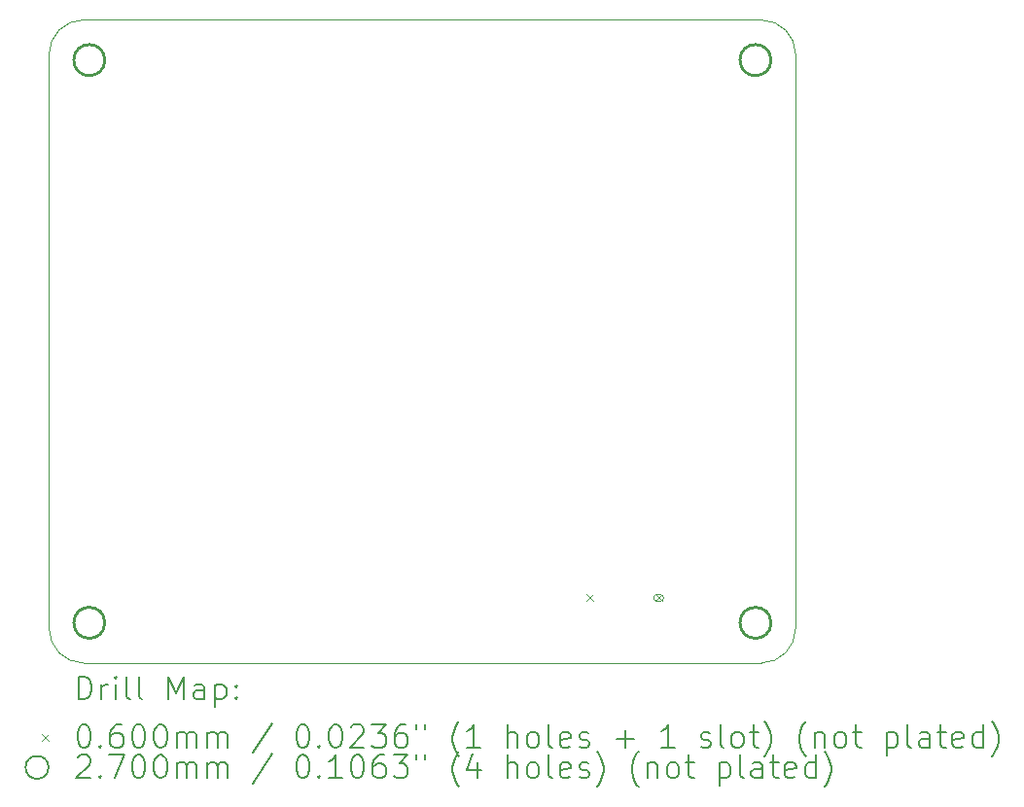
<source format=gbr>
%TF.GenerationSoftware,KiCad,Pcbnew,8.0.0*%
%TF.CreationDate,2024-07-06T17:56:52-07:00*%
%TF.ProjectId,rpi_hat_v1,7270695f-6861-4745-9f76-312e6b696361,rev?*%
%TF.SameCoordinates,Original*%
%TF.FileFunction,Drillmap*%
%TF.FilePolarity,Positive*%
%FSLAX45Y45*%
G04 Gerber Fmt 4.5, Leading zero omitted, Abs format (unit mm)*
G04 Created by KiCad (PCBNEW 8.0.0) date 2024-07-06 17:56:52*
%MOMM*%
%LPD*%
G01*
G04 APERTURE LIST*
%ADD10C,0.100000*%
%ADD11C,0.200000*%
%ADD12C,0.270000*%
G04 APERTURE END LIST*
D10*
X16200000Y-4400000D02*
G75*
G02*
X16500000Y-4700000I0J-300000D01*
G01*
X16500000Y-9700000D02*
X16500000Y-4700000D01*
X10300000Y-10000000D02*
G75*
G02*
X10000000Y-9700000I0J300000D01*
G01*
X10300000Y-10000000D02*
X16200000Y-10000000D01*
X16500000Y-9700000D02*
G75*
G02*
X16200000Y-10000000I-300000J0D01*
G01*
X10000000Y-4700000D02*
G75*
G02*
X10300000Y-4400000I300000J0D01*
G01*
X10000000Y-4700000D02*
X10000000Y-9700000D01*
X16200000Y-4400000D02*
X10300000Y-4400000D01*
D11*
D10*
X14677500Y-9402500D02*
X14737500Y-9462500D01*
X14737500Y-9402500D02*
X14677500Y-9462500D01*
X15277500Y-9402500D02*
X15337500Y-9462500D01*
X15337500Y-9402500D02*
X15277500Y-9462500D01*
X15295000Y-9462500D02*
X15320000Y-9462500D01*
X15320000Y-9402500D02*
G75*
G02*
X15320000Y-9462500I0J-30000D01*
G01*
X15320000Y-9402500D02*
X15295000Y-9402500D01*
X15295000Y-9402500D02*
G75*
G03*
X15295000Y-9462500I0J-30000D01*
G01*
D12*
X10485000Y-4750000D02*
G75*
G02*
X10215000Y-4750000I-135000J0D01*
G01*
X10215000Y-4750000D02*
G75*
G02*
X10485000Y-4750000I135000J0D01*
G01*
X10485000Y-9650000D02*
G75*
G02*
X10215000Y-9650000I-135000J0D01*
G01*
X10215000Y-9650000D02*
G75*
G02*
X10485000Y-9650000I135000J0D01*
G01*
X16285000Y-4750000D02*
G75*
G02*
X16015000Y-4750000I-135000J0D01*
G01*
X16015000Y-4750000D02*
G75*
G02*
X16285000Y-4750000I135000J0D01*
G01*
X16285000Y-9650000D02*
G75*
G02*
X16015000Y-9650000I-135000J0D01*
G01*
X16015000Y-9650000D02*
G75*
G02*
X16285000Y-9650000I135000J0D01*
G01*
D11*
X10255777Y-10316484D02*
X10255777Y-10116484D01*
X10255777Y-10116484D02*
X10303396Y-10116484D01*
X10303396Y-10116484D02*
X10331967Y-10126008D01*
X10331967Y-10126008D02*
X10351015Y-10145055D01*
X10351015Y-10145055D02*
X10360539Y-10164103D01*
X10360539Y-10164103D02*
X10370063Y-10202198D01*
X10370063Y-10202198D02*
X10370063Y-10230770D01*
X10370063Y-10230770D02*
X10360539Y-10268865D01*
X10360539Y-10268865D02*
X10351015Y-10287912D01*
X10351015Y-10287912D02*
X10331967Y-10306960D01*
X10331967Y-10306960D02*
X10303396Y-10316484D01*
X10303396Y-10316484D02*
X10255777Y-10316484D01*
X10455777Y-10316484D02*
X10455777Y-10183150D01*
X10455777Y-10221246D02*
X10465301Y-10202198D01*
X10465301Y-10202198D02*
X10474824Y-10192674D01*
X10474824Y-10192674D02*
X10493872Y-10183150D01*
X10493872Y-10183150D02*
X10512920Y-10183150D01*
X10579586Y-10316484D02*
X10579586Y-10183150D01*
X10579586Y-10116484D02*
X10570063Y-10126008D01*
X10570063Y-10126008D02*
X10579586Y-10135531D01*
X10579586Y-10135531D02*
X10589110Y-10126008D01*
X10589110Y-10126008D02*
X10579586Y-10116484D01*
X10579586Y-10116484D02*
X10579586Y-10135531D01*
X10703396Y-10316484D02*
X10684348Y-10306960D01*
X10684348Y-10306960D02*
X10674824Y-10287912D01*
X10674824Y-10287912D02*
X10674824Y-10116484D01*
X10808158Y-10316484D02*
X10789110Y-10306960D01*
X10789110Y-10306960D02*
X10779586Y-10287912D01*
X10779586Y-10287912D02*
X10779586Y-10116484D01*
X11036729Y-10316484D02*
X11036729Y-10116484D01*
X11036729Y-10116484D02*
X11103396Y-10259341D01*
X11103396Y-10259341D02*
X11170063Y-10116484D01*
X11170063Y-10116484D02*
X11170063Y-10316484D01*
X11351015Y-10316484D02*
X11351015Y-10211722D01*
X11351015Y-10211722D02*
X11341491Y-10192674D01*
X11341491Y-10192674D02*
X11322443Y-10183150D01*
X11322443Y-10183150D02*
X11284348Y-10183150D01*
X11284348Y-10183150D02*
X11265301Y-10192674D01*
X11351015Y-10306960D02*
X11331967Y-10316484D01*
X11331967Y-10316484D02*
X11284348Y-10316484D01*
X11284348Y-10316484D02*
X11265301Y-10306960D01*
X11265301Y-10306960D02*
X11255777Y-10287912D01*
X11255777Y-10287912D02*
X11255777Y-10268865D01*
X11255777Y-10268865D02*
X11265301Y-10249817D01*
X11265301Y-10249817D02*
X11284348Y-10240293D01*
X11284348Y-10240293D02*
X11331967Y-10240293D01*
X11331967Y-10240293D02*
X11351015Y-10230770D01*
X11446253Y-10183150D02*
X11446253Y-10383150D01*
X11446253Y-10192674D02*
X11465301Y-10183150D01*
X11465301Y-10183150D02*
X11503396Y-10183150D01*
X11503396Y-10183150D02*
X11522443Y-10192674D01*
X11522443Y-10192674D02*
X11531967Y-10202198D01*
X11531967Y-10202198D02*
X11541491Y-10221246D01*
X11541491Y-10221246D02*
X11541491Y-10278389D01*
X11541491Y-10278389D02*
X11531967Y-10297436D01*
X11531967Y-10297436D02*
X11522443Y-10306960D01*
X11522443Y-10306960D02*
X11503396Y-10316484D01*
X11503396Y-10316484D02*
X11465301Y-10316484D01*
X11465301Y-10316484D02*
X11446253Y-10306960D01*
X11627205Y-10297436D02*
X11636729Y-10306960D01*
X11636729Y-10306960D02*
X11627205Y-10316484D01*
X11627205Y-10316484D02*
X11617682Y-10306960D01*
X11617682Y-10306960D02*
X11627205Y-10297436D01*
X11627205Y-10297436D02*
X11627205Y-10316484D01*
X11627205Y-10192674D02*
X11636729Y-10202198D01*
X11636729Y-10202198D02*
X11627205Y-10211722D01*
X11627205Y-10211722D02*
X11617682Y-10202198D01*
X11617682Y-10202198D02*
X11627205Y-10192674D01*
X11627205Y-10192674D02*
X11627205Y-10211722D01*
D10*
X9935000Y-10615000D02*
X9995000Y-10675000D01*
X9995000Y-10615000D02*
X9935000Y-10675000D01*
D11*
X10293872Y-10536484D02*
X10312920Y-10536484D01*
X10312920Y-10536484D02*
X10331967Y-10546008D01*
X10331967Y-10546008D02*
X10341491Y-10555531D01*
X10341491Y-10555531D02*
X10351015Y-10574579D01*
X10351015Y-10574579D02*
X10360539Y-10612674D01*
X10360539Y-10612674D02*
X10360539Y-10660293D01*
X10360539Y-10660293D02*
X10351015Y-10698389D01*
X10351015Y-10698389D02*
X10341491Y-10717436D01*
X10341491Y-10717436D02*
X10331967Y-10726960D01*
X10331967Y-10726960D02*
X10312920Y-10736484D01*
X10312920Y-10736484D02*
X10293872Y-10736484D01*
X10293872Y-10736484D02*
X10274824Y-10726960D01*
X10274824Y-10726960D02*
X10265301Y-10717436D01*
X10265301Y-10717436D02*
X10255777Y-10698389D01*
X10255777Y-10698389D02*
X10246253Y-10660293D01*
X10246253Y-10660293D02*
X10246253Y-10612674D01*
X10246253Y-10612674D02*
X10255777Y-10574579D01*
X10255777Y-10574579D02*
X10265301Y-10555531D01*
X10265301Y-10555531D02*
X10274824Y-10546008D01*
X10274824Y-10546008D02*
X10293872Y-10536484D01*
X10446253Y-10717436D02*
X10455777Y-10726960D01*
X10455777Y-10726960D02*
X10446253Y-10736484D01*
X10446253Y-10736484D02*
X10436729Y-10726960D01*
X10436729Y-10726960D02*
X10446253Y-10717436D01*
X10446253Y-10717436D02*
X10446253Y-10736484D01*
X10627205Y-10536484D02*
X10589110Y-10536484D01*
X10589110Y-10536484D02*
X10570063Y-10546008D01*
X10570063Y-10546008D02*
X10560539Y-10555531D01*
X10560539Y-10555531D02*
X10541491Y-10584103D01*
X10541491Y-10584103D02*
X10531967Y-10622198D01*
X10531967Y-10622198D02*
X10531967Y-10698389D01*
X10531967Y-10698389D02*
X10541491Y-10717436D01*
X10541491Y-10717436D02*
X10551015Y-10726960D01*
X10551015Y-10726960D02*
X10570063Y-10736484D01*
X10570063Y-10736484D02*
X10608158Y-10736484D01*
X10608158Y-10736484D02*
X10627205Y-10726960D01*
X10627205Y-10726960D02*
X10636729Y-10717436D01*
X10636729Y-10717436D02*
X10646253Y-10698389D01*
X10646253Y-10698389D02*
X10646253Y-10650770D01*
X10646253Y-10650770D02*
X10636729Y-10631722D01*
X10636729Y-10631722D02*
X10627205Y-10622198D01*
X10627205Y-10622198D02*
X10608158Y-10612674D01*
X10608158Y-10612674D02*
X10570063Y-10612674D01*
X10570063Y-10612674D02*
X10551015Y-10622198D01*
X10551015Y-10622198D02*
X10541491Y-10631722D01*
X10541491Y-10631722D02*
X10531967Y-10650770D01*
X10770063Y-10536484D02*
X10789110Y-10536484D01*
X10789110Y-10536484D02*
X10808158Y-10546008D01*
X10808158Y-10546008D02*
X10817682Y-10555531D01*
X10817682Y-10555531D02*
X10827205Y-10574579D01*
X10827205Y-10574579D02*
X10836729Y-10612674D01*
X10836729Y-10612674D02*
X10836729Y-10660293D01*
X10836729Y-10660293D02*
X10827205Y-10698389D01*
X10827205Y-10698389D02*
X10817682Y-10717436D01*
X10817682Y-10717436D02*
X10808158Y-10726960D01*
X10808158Y-10726960D02*
X10789110Y-10736484D01*
X10789110Y-10736484D02*
X10770063Y-10736484D01*
X10770063Y-10736484D02*
X10751015Y-10726960D01*
X10751015Y-10726960D02*
X10741491Y-10717436D01*
X10741491Y-10717436D02*
X10731967Y-10698389D01*
X10731967Y-10698389D02*
X10722444Y-10660293D01*
X10722444Y-10660293D02*
X10722444Y-10612674D01*
X10722444Y-10612674D02*
X10731967Y-10574579D01*
X10731967Y-10574579D02*
X10741491Y-10555531D01*
X10741491Y-10555531D02*
X10751015Y-10546008D01*
X10751015Y-10546008D02*
X10770063Y-10536484D01*
X10960539Y-10536484D02*
X10979586Y-10536484D01*
X10979586Y-10536484D02*
X10998634Y-10546008D01*
X10998634Y-10546008D02*
X11008158Y-10555531D01*
X11008158Y-10555531D02*
X11017682Y-10574579D01*
X11017682Y-10574579D02*
X11027205Y-10612674D01*
X11027205Y-10612674D02*
X11027205Y-10660293D01*
X11027205Y-10660293D02*
X11017682Y-10698389D01*
X11017682Y-10698389D02*
X11008158Y-10717436D01*
X11008158Y-10717436D02*
X10998634Y-10726960D01*
X10998634Y-10726960D02*
X10979586Y-10736484D01*
X10979586Y-10736484D02*
X10960539Y-10736484D01*
X10960539Y-10736484D02*
X10941491Y-10726960D01*
X10941491Y-10726960D02*
X10931967Y-10717436D01*
X10931967Y-10717436D02*
X10922444Y-10698389D01*
X10922444Y-10698389D02*
X10912920Y-10660293D01*
X10912920Y-10660293D02*
X10912920Y-10612674D01*
X10912920Y-10612674D02*
X10922444Y-10574579D01*
X10922444Y-10574579D02*
X10931967Y-10555531D01*
X10931967Y-10555531D02*
X10941491Y-10546008D01*
X10941491Y-10546008D02*
X10960539Y-10536484D01*
X11112920Y-10736484D02*
X11112920Y-10603150D01*
X11112920Y-10622198D02*
X11122444Y-10612674D01*
X11122444Y-10612674D02*
X11141491Y-10603150D01*
X11141491Y-10603150D02*
X11170063Y-10603150D01*
X11170063Y-10603150D02*
X11189110Y-10612674D01*
X11189110Y-10612674D02*
X11198634Y-10631722D01*
X11198634Y-10631722D02*
X11198634Y-10736484D01*
X11198634Y-10631722D02*
X11208158Y-10612674D01*
X11208158Y-10612674D02*
X11227205Y-10603150D01*
X11227205Y-10603150D02*
X11255777Y-10603150D01*
X11255777Y-10603150D02*
X11274824Y-10612674D01*
X11274824Y-10612674D02*
X11284348Y-10631722D01*
X11284348Y-10631722D02*
X11284348Y-10736484D01*
X11379586Y-10736484D02*
X11379586Y-10603150D01*
X11379586Y-10622198D02*
X11389110Y-10612674D01*
X11389110Y-10612674D02*
X11408158Y-10603150D01*
X11408158Y-10603150D02*
X11436729Y-10603150D01*
X11436729Y-10603150D02*
X11455777Y-10612674D01*
X11455777Y-10612674D02*
X11465301Y-10631722D01*
X11465301Y-10631722D02*
X11465301Y-10736484D01*
X11465301Y-10631722D02*
X11474824Y-10612674D01*
X11474824Y-10612674D02*
X11493872Y-10603150D01*
X11493872Y-10603150D02*
X11522443Y-10603150D01*
X11522443Y-10603150D02*
X11541491Y-10612674D01*
X11541491Y-10612674D02*
X11551015Y-10631722D01*
X11551015Y-10631722D02*
X11551015Y-10736484D01*
X11941491Y-10526960D02*
X11770063Y-10784103D01*
X12198634Y-10536484D02*
X12217682Y-10536484D01*
X12217682Y-10536484D02*
X12236729Y-10546008D01*
X12236729Y-10546008D02*
X12246253Y-10555531D01*
X12246253Y-10555531D02*
X12255777Y-10574579D01*
X12255777Y-10574579D02*
X12265301Y-10612674D01*
X12265301Y-10612674D02*
X12265301Y-10660293D01*
X12265301Y-10660293D02*
X12255777Y-10698389D01*
X12255777Y-10698389D02*
X12246253Y-10717436D01*
X12246253Y-10717436D02*
X12236729Y-10726960D01*
X12236729Y-10726960D02*
X12217682Y-10736484D01*
X12217682Y-10736484D02*
X12198634Y-10736484D01*
X12198634Y-10736484D02*
X12179586Y-10726960D01*
X12179586Y-10726960D02*
X12170063Y-10717436D01*
X12170063Y-10717436D02*
X12160539Y-10698389D01*
X12160539Y-10698389D02*
X12151015Y-10660293D01*
X12151015Y-10660293D02*
X12151015Y-10612674D01*
X12151015Y-10612674D02*
X12160539Y-10574579D01*
X12160539Y-10574579D02*
X12170063Y-10555531D01*
X12170063Y-10555531D02*
X12179586Y-10546008D01*
X12179586Y-10546008D02*
X12198634Y-10536484D01*
X12351015Y-10717436D02*
X12360539Y-10726960D01*
X12360539Y-10726960D02*
X12351015Y-10736484D01*
X12351015Y-10736484D02*
X12341491Y-10726960D01*
X12341491Y-10726960D02*
X12351015Y-10717436D01*
X12351015Y-10717436D02*
X12351015Y-10736484D01*
X12484348Y-10536484D02*
X12503396Y-10536484D01*
X12503396Y-10536484D02*
X12522444Y-10546008D01*
X12522444Y-10546008D02*
X12531967Y-10555531D01*
X12531967Y-10555531D02*
X12541491Y-10574579D01*
X12541491Y-10574579D02*
X12551015Y-10612674D01*
X12551015Y-10612674D02*
X12551015Y-10660293D01*
X12551015Y-10660293D02*
X12541491Y-10698389D01*
X12541491Y-10698389D02*
X12531967Y-10717436D01*
X12531967Y-10717436D02*
X12522444Y-10726960D01*
X12522444Y-10726960D02*
X12503396Y-10736484D01*
X12503396Y-10736484D02*
X12484348Y-10736484D01*
X12484348Y-10736484D02*
X12465301Y-10726960D01*
X12465301Y-10726960D02*
X12455777Y-10717436D01*
X12455777Y-10717436D02*
X12446253Y-10698389D01*
X12446253Y-10698389D02*
X12436729Y-10660293D01*
X12436729Y-10660293D02*
X12436729Y-10612674D01*
X12436729Y-10612674D02*
X12446253Y-10574579D01*
X12446253Y-10574579D02*
X12455777Y-10555531D01*
X12455777Y-10555531D02*
X12465301Y-10546008D01*
X12465301Y-10546008D02*
X12484348Y-10536484D01*
X12627206Y-10555531D02*
X12636729Y-10546008D01*
X12636729Y-10546008D02*
X12655777Y-10536484D01*
X12655777Y-10536484D02*
X12703396Y-10536484D01*
X12703396Y-10536484D02*
X12722444Y-10546008D01*
X12722444Y-10546008D02*
X12731967Y-10555531D01*
X12731967Y-10555531D02*
X12741491Y-10574579D01*
X12741491Y-10574579D02*
X12741491Y-10593627D01*
X12741491Y-10593627D02*
X12731967Y-10622198D01*
X12731967Y-10622198D02*
X12617682Y-10736484D01*
X12617682Y-10736484D02*
X12741491Y-10736484D01*
X12808158Y-10536484D02*
X12931967Y-10536484D01*
X12931967Y-10536484D02*
X12865301Y-10612674D01*
X12865301Y-10612674D02*
X12893872Y-10612674D01*
X12893872Y-10612674D02*
X12912920Y-10622198D01*
X12912920Y-10622198D02*
X12922444Y-10631722D01*
X12922444Y-10631722D02*
X12931967Y-10650770D01*
X12931967Y-10650770D02*
X12931967Y-10698389D01*
X12931967Y-10698389D02*
X12922444Y-10717436D01*
X12922444Y-10717436D02*
X12912920Y-10726960D01*
X12912920Y-10726960D02*
X12893872Y-10736484D01*
X12893872Y-10736484D02*
X12836729Y-10736484D01*
X12836729Y-10736484D02*
X12817682Y-10726960D01*
X12817682Y-10726960D02*
X12808158Y-10717436D01*
X13103396Y-10536484D02*
X13065301Y-10536484D01*
X13065301Y-10536484D02*
X13046253Y-10546008D01*
X13046253Y-10546008D02*
X13036729Y-10555531D01*
X13036729Y-10555531D02*
X13017682Y-10584103D01*
X13017682Y-10584103D02*
X13008158Y-10622198D01*
X13008158Y-10622198D02*
X13008158Y-10698389D01*
X13008158Y-10698389D02*
X13017682Y-10717436D01*
X13017682Y-10717436D02*
X13027206Y-10726960D01*
X13027206Y-10726960D02*
X13046253Y-10736484D01*
X13046253Y-10736484D02*
X13084348Y-10736484D01*
X13084348Y-10736484D02*
X13103396Y-10726960D01*
X13103396Y-10726960D02*
X13112920Y-10717436D01*
X13112920Y-10717436D02*
X13122444Y-10698389D01*
X13122444Y-10698389D02*
X13122444Y-10650770D01*
X13122444Y-10650770D02*
X13112920Y-10631722D01*
X13112920Y-10631722D02*
X13103396Y-10622198D01*
X13103396Y-10622198D02*
X13084348Y-10612674D01*
X13084348Y-10612674D02*
X13046253Y-10612674D01*
X13046253Y-10612674D02*
X13027206Y-10622198D01*
X13027206Y-10622198D02*
X13017682Y-10631722D01*
X13017682Y-10631722D02*
X13008158Y-10650770D01*
X13198634Y-10536484D02*
X13198634Y-10574579D01*
X13274825Y-10536484D02*
X13274825Y-10574579D01*
X13570063Y-10812674D02*
X13560539Y-10803150D01*
X13560539Y-10803150D02*
X13541491Y-10774579D01*
X13541491Y-10774579D02*
X13531968Y-10755531D01*
X13531968Y-10755531D02*
X13522444Y-10726960D01*
X13522444Y-10726960D02*
X13512920Y-10679341D01*
X13512920Y-10679341D02*
X13512920Y-10641246D01*
X13512920Y-10641246D02*
X13522444Y-10593627D01*
X13522444Y-10593627D02*
X13531968Y-10565055D01*
X13531968Y-10565055D02*
X13541491Y-10546008D01*
X13541491Y-10546008D02*
X13560539Y-10517436D01*
X13560539Y-10517436D02*
X13570063Y-10507912D01*
X13751015Y-10736484D02*
X13636729Y-10736484D01*
X13693872Y-10736484D02*
X13693872Y-10536484D01*
X13693872Y-10536484D02*
X13674825Y-10565055D01*
X13674825Y-10565055D02*
X13655777Y-10584103D01*
X13655777Y-10584103D02*
X13636729Y-10593627D01*
X13989110Y-10736484D02*
X13989110Y-10536484D01*
X14074825Y-10736484D02*
X14074825Y-10631722D01*
X14074825Y-10631722D02*
X14065301Y-10612674D01*
X14065301Y-10612674D02*
X14046253Y-10603150D01*
X14046253Y-10603150D02*
X14017682Y-10603150D01*
X14017682Y-10603150D02*
X13998634Y-10612674D01*
X13998634Y-10612674D02*
X13989110Y-10622198D01*
X14198634Y-10736484D02*
X14179587Y-10726960D01*
X14179587Y-10726960D02*
X14170063Y-10717436D01*
X14170063Y-10717436D02*
X14160539Y-10698389D01*
X14160539Y-10698389D02*
X14160539Y-10641246D01*
X14160539Y-10641246D02*
X14170063Y-10622198D01*
X14170063Y-10622198D02*
X14179587Y-10612674D01*
X14179587Y-10612674D02*
X14198634Y-10603150D01*
X14198634Y-10603150D02*
X14227206Y-10603150D01*
X14227206Y-10603150D02*
X14246253Y-10612674D01*
X14246253Y-10612674D02*
X14255777Y-10622198D01*
X14255777Y-10622198D02*
X14265301Y-10641246D01*
X14265301Y-10641246D02*
X14265301Y-10698389D01*
X14265301Y-10698389D02*
X14255777Y-10717436D01*
X14255777Y-10717436D02*
X14246253Y-10726960D01*
X14246253Y-10726960D02*
X14227206Y-10736484D01*
X14227206Y-10736484D02*
X14198634Y-10736484D01*
X14379587Y-10736484D02*
X14360539Y-10726960D01*
X14360539Y-10726960D02*
X14351015Y-10707912D01*
X14351015Y-10707912D02*
X14351015Y-10536484D01*
X14531968Y-10726960D02*
X14512920Y-10736484D01*
X14512920Y-10736484D02*
X14474825Y-10736484D01*
X14474825Y-10736484D02*
X14455777Y-10726960D01*
X14455777Y-10726960D02*
X14446253Y-10707912D01*
X14446253Y-10707912D02*
X14446253Y-10631722D01*
X14446253Y-10631722D02*
X14455777Y-10612674D01*
X14455777Y-10612674D02*
X14474825Y-10603150D01*
X14474825Y-10603150D02*
X14512920Y-10603150D01*
X14512920Y-10603150D02*
X14531968Y-10612674D01*
X14531968Y-10612674D02*
X14541491Y-10631722D01*
X14541491Y-10631722D02*
X14541491Y-10650770D01*
X14541491Y-10650770D02*
X14446253Y-10669817D01*
X14617682Y-10726960D02*
X14636730Y-10736484D01*
X14636730Y-10736484D02*
X14674825Y-10736484D01*
X14674825Y-10736484D02*
X14693872Y-10726960D01*
X14693872Y-10726960D02*
X14703396Y-10707912D01*
X14703396Y-10707912D02*
X14703396Y-10698389D01*
X14703396Y-10698389D02*
X14693872Y-10679341D01*
X14693872Y-10679341D02*
X14674825Y-10669817D01*
X14674825Y-10669817D02*
X14646253Y-10669817D01*
X14646253Y-10669817D02*
X14627206Y-10660293D01*
X14627206Y-10660293D02*
X14617682Y-10641246D01*
X14617682Y-10641246D02*
X14617682Y-10631722D01*
X14617682Y-10631722D02*
X14627206Y-10612674D01*
X14627206Y-10612674D02*
X14646253Y-10603150D01*
X14646253Y-10603150D02*
X14674825Y-10603150D01*
X14674825Y-10603150D02*
X14693872Y-10612674D01*
X14941492Y-10660293D02*
X15093873Y-10660293D01*
X15017682Y-10736484D02*
X15017682Y-10584103D01*
X15446253Y-10736484D02*
X15331968Y-10736484D01*
X15389111Y-10736484D02*
X15389111Y-10536484D01*
X15389111Y-10536484D02*
X15370063Y-10565055D01*
X15370063Y-10565055D02*
X15351015Y-10584103D01*
X15351015Y-10584103D02*
X15331968Y-10593627D01*
X15674825Y-10726960D02*
X15693873Y-10736484D01*
X15693873Y-10736484D02*
X15731968Y-10736484D01*
X15731968Y-10736484D02*
X15751015Y-10726960D01*
X15751015Y-10726960D02*
X15760539Y-10707912D01*
X15760539Y-10707912D02*
X15760539Y-10698389D01*
X15760539Y-10698389D02*
X15751015Y-10679341D01*
X15751015Y-10679341D02*
X15731968Y-10669817D01*
X15731968Y-10669817D02*
X15703396Y-10669817D01*
X15703396Y-10669817D02*
X15684349Y-10660293D01*
X15684349Y-10660293D02*
X15674825Y-10641246D01*
X15674825Y-10641246D02*
X15674825Y-10631722D01*
X15674825Y-10631722D02*
X15684349Y-10612674D01*
X15684349Y-10612674D02*
X15703396Y-10603150D01*
X15703396Y-10603150D02*
X15731968Y-10603150D01*
X15731968Y-10603150D02*
X15751015Y-10612674D01*
X15874825Y-10736484D02*
X15855777Y-10726960D01*
X15855777Y-10726960D02*
X15846254Y-10707912D01*
X15846254Y-10707912D02*
X15846254Y-10536484D01*
X15979587Y-10736484D02*
X15960539Y-10726960D01*
X15960539Y-10726960D02*
X15951015Y-10717436D01*
X15951015Y-10717436D02*
X15941492Y-10698389D01*
X15941492Y-10698389D02*
X15941492Y-10641246D01*
X15941492Y-10641246D02*
X15951015Y-10622198D01*
X15951015Y-10622198D02*
X15960539Y-10612674D01*
X15960539Y-10612674D02*
X15979587Y-10603150D01*
X15979587Y-10603150D02*
X16008158Y-10603150D01*
X16008158Y-10603150D02*
X16027206Y-10612674D01*
X16027206Y-10612674D02*
X16036730Y-10622198D01*
X16036730Y-10622198D02*
X16046254Y-10641246D01*
X16046254Y-10641246D02*
X16046254Y-10698389D01*
X16046254Y-10698389D02*
X16036730Y-10717436D01*
X16036730Y-10717436D02*
X16027206Y-10726960D01*
X16027206Y-10726960D02*
X16008158Y-10736484D01*
X16008158Y-10736484D02*
X15979587Y-10736484D01*
X16103396Y-10603150D02*
X16179587Y-10603150D01*
X16131968Y-10536484D02*
X16131968Y-10707912D01*
X16131968Y-10707912D02*
X16141492Y-10726960D01*
X16141492Y-10726960D02*
X16160539Y-10736484D01*
X16160539Y-10736484D02*
X16179587Y-10736484D01*
X16227206Y-10812674D02*
X16236730Y-10803150D01*
X16236730Y-10803150D02*
X16255777Y-10774579D01*
X16255777Y-10774579D02*
X16265301Y-10755531D01*
X16265301Y-10755531D02*
X16274825Y-10726960D01*
X16274825Y-10726960D02*
X16284349Y-10679341D01*
X16284349Y-10679341D02*
X16284349Y-10641246D01*
X16284349Y-10641246D02*
X16274825Y-10593627D01*
X16274825Y-10593627D02*
X16265301Y-10565055D01*
X16265301Y-10565055D02*
X16255777Y-10546008D01*
X16255777Y-10546008D02*
X16236730Y-10517436D01*
X16236730Y-10517436D02*
X16227206Y-10507912D01*
X16589111Y-10812674D02*
X16579587Y-10803150D01*
X16579587Y-10803150D02*
X16560539Y-10774579D01*
X16560539Y-10774579D02*
X16551015Y-10755531D01*
X16551015Y-10755531D02*
X16541492Y-10726960D01*
X16541492Y-10726960D02*
X16531968Y-10679341D01*
X16531968Y-10679341D02*
X16531968Y-10641246D01*
X16531968Y-10641246D02*
X16541492Y-10593627D01*
X16541492Y-10593627D02*
X16551015Y-10565055D01*
X16551015Y-10565055D02*
X16560539Y-10546008D01*
X16560539Y-10546008D02*
X16579587Y-10517436D01*
X16579587Y-10517436D02*
X16589111Y-10507912D01*
X16665301Y-10603150D02*
X16665301Y-10736484D01*
X16665301Y-10622198D02*
X16674825Y-10612674D01*
X16674825Y-10612674D02*
X16693873Y-10603150D01*
X16693873Y-10603150D02*
X16722444Y-10603150D01*
X16722444Y-10603150D02*
X16741492Y-10612674D01*
X16741492Y-10612674D02*
X16751015Y-10631722D01*
X16751015Y-10631722D02*
X16751015Y-10736484D01*
X16874825Y-10736484D02*
X16855777Y-10726960D01*
X16855777Y-10726960D02*
X16846254Y-10717436D01*
X16846254Y-10717436D02*
X16836730Y-10698389D01*
X16836730Y-10698389D02*
X16836730Y-10641246D01*
X16836730Y-10641246D02*
X16846254Y-10622198D01*
X16846254Y-10622198D02*
X16855777Y-10612674D01*
X16855777Y-10612674D02*
X16874825Y-10603150D01*
X16874825Y-10603150D02*
X16903397Y-10603150D01*
X16903397Y-10603150D02*
X16922444Y-10612674D01*
X16922444Y-10612674D02*
X16931968Y-10622198D01*
X16931968Y-10622198D02*
X16941492Y-10641246D01*
X16941492Y-10641246D02*
X16941492Y-10698389D01*
X16941492Y-10698389D02*
X16931968Y-10717436D01*
X16931968Y-10717436D02*
X16922444Y-10726960D01*
X16922444Y-10726960D02*
X16903397Y-10736484D01*
X16903397Y-10736484D02*
X16874825Y-10736484D01*
X16998635Y-10603150D02*
X17074825Y-10603150D01*
X17027206Y-10536484D02*
X17027206Y-10707912D01*
X17027206Y-10707912D02*
X17036730Y-10726960D01*
X17036730Y-10726960D02*
X17055777Y-10736484D01*
X17055777Y-10736484D02*
X17074825Y-10736484D01*
X17293873Y-10603150D02*
X17293873Y-10803150D01*
X17293873Y-10612674D02*
X17312920Y-10603150D01*
X17312920Y-10603150D02*
X17351016Y-10603150D01*
X17351016Y-10603150D02*
X17370063Y-10612674D01*
X17370063Y-10612674D02*
X17379587Y-10622198D01*
X17379587Y-10622198D02*
X17389111Y-10641246D01*
X17389111Y-10641246D02*
X17389111Y-10698389D01*
X17389111Y-10698389D02*
X17379587Y-10717436D01*
X17379587Y-10717436D02*
X17370063Y-10726960D01*
X17370063Y-10726960D02*
X17351016Y-10736484D01*
X17351016Y-10736484D02*
X17312920Y-10736484D01*
X17312920Y-10736484D02*
X17293873Y-10726960D01*
X17503397Y-10736484D02*
X17484349Y-10726960D01*
X17484349Y-10726960D02*
X17474825Y-10707912D01*
X17474825Y-10707912D02*
X17474825Y-10536484D01*
X17665301Y-10736484D02*
X17665301Y-10631722D01*
X17665301Y-10631722D02*
X17655778Y-10612674D01*
X17655778Y-10612674D02*
X17636730Y-10603150D01*
X17636730Y-10603150D02*
X17598635Y-10603150D01*
X17598635Y-10603150D02*
X17579587Y-10612674D01*
X17665301Y-10726960D02*
X17646254Y-10736484D01*
X17646254Y-10736484D02*
X17598635Y-10736484D01*
X17598635Y-10736484D02*
X17579587Y-10726960D01*
X17579587Y-10726960D02*
X17570063Y-10707912D01*
X17570063Y-10707912D02*
X17570063Y-10688865D01*
X17570063Y-10688865D02*
X17579587Y-10669817D01*
X17579587Y-10669817D02*
X17598635Y-10660293D01*
X17598635Y-10660293D02*
X17646254Y-10660293D01*
X17646254Y-10660293D02*
X17665301Y-10650770D01*
X17731968Y-10603150D02*
X17808158Y-10603150D01*
X17760539Y-10536484D02*
X17760539Y-10707912D01*
X17760539Y-10707912D02*
X17770063Y-10726960D01*
X17770063Y-10726960D02*
X17789111Y-10736484D01*
X17789111Y-10736484D02*
X17808158Y-10736484D01*
X17951016Y-10726960D02*
X17931968Y-10736484D01*
X17931968Y-10736484D02*
X17893873Y-10736484D01*
X17893873Y-10736484D02*
X17874825Y-10726960D01*
X17874825Y-10726960D02*
X17865301Y-10707912D01*
X17865301Y-10707912D02*
X17865301Y-10631722D01*
X17865301Y-10631722D02*
X17874825Y-10612674D01*
X17874825Y-10612674D02*
X17893873Y-10603150D01*
X17893873Y-10603150D02*
X17931968Y-10603150D01*
X17931968Y-10603150D02*
X17951016Y-10612674D01*
X17951016Y-10612674D02*
X17960539Y-10631722D01*
X17960539Y-10631722D02*
X17960539Y-10650770D01*
X17960539Y-10650770D02*
X17865301Y-10669817D01*
X18131968Y-10736484D02*
X18131968Y-10536484D01*
X18131968Y-10726960D02*
X18112920Y-10736484D01*
X18112920Y-10736484D02*
X18074825Y-10736484D01*
X18074825Y-10736484D02*
X18055778Y-10726960D01*
X18055778Y-10726960D02*
X18046254Y-10717436D01*
X18046254Y-10717436D02*
X18036730Y-10698389D01*
X18036730Y-10698389D02*
X18036730Y-10641246D01*
X18036730Y-10641246D02*
X18046254Y-10622198D01*
X18046254Y-10622198D02*
X18055778Y-10612674D01*
X18055778Y-10612674D02*
X18074825Y-10603150D01*
X18074825Y-10603150D02*
X18112920Y-10603150D01*
X18112920Y-10603150D02*
X18131968Y-10612674D01*
X18208159Y-10812674D02*
X18217682Y-10803150D01*
X18217682Y-10803150D02*
X18236730Y-10774579D01*
X18236730Y-10774579D02*
X18246254Y-10755531D01*
X18246254Y-10755531D02*
X18255778Y-10726960D01*
X18255778Y-10726960D02*
X18265301Y-10679341D01*
X18265301Y-10679341D02*
X18265301Y-10641246D01*
X18265301Y-10641246D02*
X18255778Y-10593627D01*
X18255778Y-10593627D02*
X18246254Y-10565055D01*
X18246254Y-10565055D02*
X18236730Y-10546008D01*
X18236730Y-10546008D02*
X18217682Y-10517436D01*
X18217682Y-10517436D02*
X18208159Y-10507912D01*
X9995000Y-10909000D02*
G75*
G02*
X9795000Y-10909000I-100000J0D01*
G01*
X9795000Y-10909000D02*
G75*
G02*
X9995000Y-10909000I100000J0D01*
G01*
X10246253Y-10819531D02*
X10255777Y-10810008D01*
X10255777Y-10810008D02*
X10274824Y-10800484D01*
X10274824Y-10800484D02*
X10322444Y-10800484D01*
X10322444Y-10800484D02*
X10341491Y-10810008D01*
X10341491Y-10810008D02*
X10351015Y-10819531D01*
X10351015Y-10819531D02*
X10360539Y-10838579D01*
X10360539Y-10838579D02*
X10360539Y-10857627D01*
X10360539Y-10857627D02*
X10351015Y-10886198D01*
X10351015Y-10886198D02*
X10236729Y-11000484D01*
X10236729Y-11000484D02*
X10360539Y-11000484D01*
X10446253Y-10981436D02*
X10455777Y-10990960D01*
X10455777Y-10990960D02*
X10446253Y-11000484D01*
X10446253Y-11000484D02*
X10436729Y-10990960D01*
X10436729Y-10990960D02*
X10446253Y-10981436D01*
X10446253Y-10981436D02*
X10446253Y-11000484D01*
X10522444Y-10800484D02*
X10655777Y-10800484D01*
X10655777Y-10800484D02*
X10570063Y-11000484D01*
X10770063Y-10800484D02*
X10789110Y-10800484D01*
X10789110Y-10800484D02*
X10808158Y-10810008D01*
X10808158Y-10810008D02*
X10817682Y-10819531D01*
X10817682Y-10819531D02*
X10827205Y-10838579D01*
X10827205Y-10838579D02*
X10836729Y-10876674D01*
X10836729Y-10876674D02*
X10836729Y-10924293D01*
X10836729Y-10924293D02*
X10827205Y-10962389D01*
X10827205Y-10962389D02*
X10817682Y-10981436D01*
X10817682Y-10981436D02*
X10808158Y-10990960D01*
X10808158Y-10990960D02*
X10789110Y-11000484D01*
X10789110Y-11000484D02*
X10770063Y-11000484D01*
X10770063Y-11000484D02*
X10751015Y-10990960D01*
X10751015Y-10990960D02*
X10741491Y-10981436D01*
X10741491Y-10981436D02*
X10731967Y-10962389D01*
X10731967Y-10962389D02*
X10722444Y-10924293D01*
X10722444Y-10924293D02*
X10722444Y-10876674D01*
X10722444Y-10876674D02*
X10731967Y-10838579D01*
X10731967Y-10838579D02*
X10741491Y-10819531D01*
X10741491Y-10819531D02*
X10751015Y-10810008D01*
X10751015Y-10810008D02*
X10770063Y-10800484D01*
X10960539Y-10800484D02*
X10979586Y-10800484D01*
X10979586Y-10800484D02*
X10998634Y-10810008D01*
X10998634Y-10810008D02*
X11008158Y-10819531D01*
X11008158Y-10819531D02*
X11017682Y-10838579D01*
X11017682Y-10838579D02*
X11027205Y-10876674D01*
X11027205Y-10876674D02*
X11027205Y-10924293D01*
X11027205Y-10924293D02*
X11017682Y-10962389D01*
X11017682Y-10962389D02*
X11008158Y-10981436D01*
X11008158Y-10981436D02*
X10998634Y-10990960D01*
X10998634Y-10990960D02*
X10979586Y-11000484D01*
X10979586Y-11000484D02*
X10960539Y-11000484D01*
X10960539Y-11000484D02*
X10941491Y-10990960D01*
X10941491Y-10990960D02*
X10931967Y-10981436D01*
X10931967Y-10981436D02*
X10922444Y-10962389D01*
X10922444Y-10962389D02*
X10912920Y-10924293D01*
X10912920Y-10924293D02*
X10912920Y-10876674D01*
X10912920Y-10876674D02*
X10922444Y-10838579D01*
X10922444Y-10838579D02*
X10931967Y-10819531D01*
X10931967Y-10819531D02*
X10941491Y-10810008D01*
X10941491Y-10810008D02*
X10960539Y-10800484D01*
X11112920Y-11000484D02*
X11112920Y-10867150D01*
X11112920Y-10886198D02*
X11122444Y-10876674D01*
X11122444Y-10876674D02*
X11141491Y-10867150D01*
X11141491Y-10867150D02*
X11170063Y-10867150D01*
X11170063Y-10867150D02*
X11189110Y-10876674D01*
X11189110Y-10876674D02*
X11198634Y-10895722D01*
X11198634Y-10895722D02*
X11198634Y-11000484D01*
X11198634Y-10895722D02*
X11208158Y-10876674D01*
X11208158Y-10876674D02*
X11227205Y-10867150D01*
X11227205Y-10867150D02*
X11255777Y-10867150D01*
X11255777Y-10867150D02*
X11274824Y-10876674D01*
X11274824Y-10876674D02*
X11284348Y-10895722D01*
X11284348Y-10895722D02*
X11284348Y-11000484D01*
X11379586Y-11000484D02*
X11379586Y-10867150D01*
X11379586Y-10886198D02*
X11389110Y-10876674D01*
X11389110Y-10876674D02*
X11408158Y-10867150D01*
X11408158Y-10867150D02*
X11436729Y-10867150D01*
X11436729Y-10867150D02*
X11455777Y-10876674D01*
X11455777Y-10876674D02*
X11465301Y-10895722D01*
X11465301Y-10895722D02*
X11465301Y-11000484D01*
X11465301Y-10895722D02*
X11474824Y-10876674D01*
X11474824Y-10876674D02*
X11493872Y-10867150D01*
X11493872Y-10867150D02*
X11522443Y-10867150D01*
X11522443Y-10867150D02*
X11541491Y-10876674D01*
X11541491Y-10876674D02*
X11551015Y-10895722D01*
X11551015Y-10895722D02*
X11551015Y-11000484D01*
X11941491Y-10790960D02*
X11770063Y-11048103D01*
X12198634Y-10800484D02*
X12217682Y-10800484D01*
X12217682Y-10800484D02*
X12236729Y-10810008D01*
X12236729Y-10810008D02*
X12246253Y-10819531D01*
X12246253Y-10819531D02*
X12255777Y-10838579D01*
X12255777Y-10838579D02*
X12265301Y-10876674D01*
X12265301Y-10876674D02*
X12265301Y-10924293D01*
X12265301Y-10924293D02*
X12255777Y-10962389D01*
X12255777Y-10962389D02*
X12246253Y-10981436D01*
X12246253Y-10981436D02*
X12236729Y-10990960D01*
X12236729Y-10990960D02*
X12217682Y-11000484D01*
X12217682Y-11000484D02*
X12198634Y-11000484D01*
X12198634Y-11000484D02*
X12179586Y-10990960D01*
X12179586Y-10990960D02*
X12170063Y-10981436D01*
X12170063Y-10981436D02*
X12160539Y-10962389D01*
X12160539Y-10962389D02*
X12151015Y-10924293D01*
X12151015Y-10924293D02*
X12151015Y-10876674D01*
X12151015Y-10876674D02*
X12160539Y-10838579D01*
X12160539Y-10838579D02*
X12170063Y-10819531D01*
X12170063Y-10819531D02*
X12179586Y-10810008D01*
X12179586Y-10810008D02*
X12198634Y-10800484D01*
X12351015Y-10981436D02*
X12360539Y-10990960D01*
X12360539Y-10990960D02*
X12351015Y-11000484D01*
X12351015Y-11000484D02*
X12341491Y-10990960D01*
X12341491Y-10990960D02*
X12351015Y-10981436D01*
X12351015Y-10981436D02*
X12351015Y-11000484D01*
X12551015Y-11000484D02*
X12436729Y-11000484D01*
X12493872Y-11000484D02*
X12493872Y-10800484D01*
X12493872Y-10800484D02*
X12474825Y-10829055D01*
X12474825Y-10829055D02*
X12455777Y-10848103D01*
X12455777Y-10848103D02*
X12436729Y-10857627D01*
X12674825Y-10800484D02*
X12693872Y-10800484D01*
X12693872Y-10800484D02*
X12712920Y-10810008D01*
X12712920Y-10810008D02*
X12722444Y-10819531D01*
X12722444Y-10819531D02*
X12731967Y-10838579D01*
X12731967Y-10838579D02*
X12741491Y-10876674D01*
X12741491Y-10876674D02*
X12741491Y-10924293D01*
X12741491Y-10924293D02*
X12731967Y-10962389D01*
X12731967Y-10962389D02*
X12722444Y-10981436D01*
X12722444Y-10981436D02*
X12712920Y-10990960D01*
X12712920Y-10990960D02*
X12693872Y-11000484D01*
X12693872Y-11000484D02*
X12674825Y-11000484D01*
X12674825Y-11000484D02*
X12655777Y-10990960D01*
X12655777Y-10990960D02*
X12646253Y-10981436D01*
X12646253Y-10981436D02*
X12636729Y-10962389D01*
X12636729Y-10962389D02*
X12627206Y-10924293D01*
X12627206Y-10924293D02*
X12627206Y-10876674D01*
X12627206Y-10876674D02*
X12636729Y-10838579D01*
X12636729Y-10838579D02*
X12646253Y-10819531D01*
X12646253Y-10819531D02*
X12655777Y-10810008D01*
X12655777Y-10810008D02*
X12674825Y-10800484D01*
X12912920Y-10800484D02*
X12874825Y-10800484D01*
X12874825Y-10800484D02*
X12855777Y-10810008D01*
X12855777Y-10810008D02*
X12846253Y-10819531D01*
X12846253Y-10819531D02*
X12827206Y-10848103D01*
X12827206Y-10848103D02*
X12817682Y-10886198D01*
X12817682Y-10886198D02*
X12817682Y-10962389D01*
X12817682Y-10962389D02*
X12827206Y-10981436D01*
X12827206Y-10981436D02*
X12836729Y-10990960D01*
X12836729Y-10990960D02*
X12855777Y-11000484D01*
X12855777Y-11000484D02*
X12893872Y-11000484D01*
X12893872Y-11000484D02*
X12912920Y-10990960D01*
X12912920Y-10990960D02*
X12922444Y-10981436D01*
X12922444Y-10981436D02*
X12931967Y-10962389D01*
X12931967Y-10962389D02*
X12931967Y-10914770D01*
X12931967Y-10914770D02*
X12922444Y-10895722D01*
X12922444Y-10895722D02*
X12912920Y-10886198D01*
X12912920Y-10886198D02*
X12893872Y-10876674D01*
X12893872Y-10876674D02*
X12855777Y-10876674D01*
X12855777Y-10876674D02*
X12836729Y-10886198D01*
X12836729Y-10886198D02*
X12827206Y-10895722D01*
X12827206Y-10895722D02*
X12817682Y-10914770D01*
X12998634Y-10800484D02*
X13122444Y-10800484D01*
X13122444Y-10800484D02*
X13055777Y-10876674D01*
X13055777Y-10876674D02*
X13084348Y-10876674D01*
X13084348Y-10876674D02*
X13103396Y-10886198D01*
X13103396Y-10886198D02*
X13112920Y-10895722D01*
X13112920Y-10895722D02*
X13122444Y-10914770D01*
X13122444Y-10914770D02*
X13122444Y-10962389D01*
X13122444Y-10962389D02*
X13112920Y-10981436D01*
X13112920Y-10981436D02*
X13103396Y-10990960D01*
X13103396Y-10990960D02*
X13084348Y-11000484D01*
X13084348Y-11000484D02*
X13027206Y-11000484D01*
X13027206Y-11000484D02*
X13008158Y-10990960D01*
X13008158Y-10990960D02*
X12998634Y-10981436D01*
X13198634Y-10800484D02*
X13198634Y-10838579D01*
X13274825Y-10800484D02*
X13274825Y-10838579D01*
X13570063Y-11076674D02*
X13560539Y-11067150D01*
X13560539Y-11067150D02*
X13541491Y-11038579D01*
X13541491Y-11038579D02*
X13531968Y-11019531D01*
X13531968Y-11019531D02*
X13522444Y-10990960D01*
X13522444Y-10990960D02*
X13512920Y-10943341D01*
X13512920Y-10943341D02*
X13512920Y-10905246D01*
X13512920Y-10905246D02*
X13522444Y-10857627D01*
X13522444Y-10857627D02*
X13531968Y-10829055D01*
X13531968Y-10829055D02*
X13541491Y-10810008D01*
X13541491Y-10810008D02*
X13560539Y-10781436D01*
X13560539Y-10781436D02*
X13570063Y-10771912D01*
X13731968Y-10867150D02*
X13731968Y-11000484D01*
X13684348Y-10790960D02*
X13636729Y-10933817D01*
X13636729Y-10933817D02*
X13760539Y-10933817D01*
X13989110Y-11000484D02*
X13989110Y-10800484D01*
X14074825Y-11000484D02*
X14074825Y-10895722D01*
X14074825Y-10895722D02*
X14065301Y-10876674D01*
X14065301Y-10876674D02*
X14046253Y-10867150D01*
X14046253Y-10867150D02*
X14017682Y-10867150D01*
X14017682Y-10867150D02*
X13998634Y-10876674D01*
X13998634Y-10876674D02*
X13989110Y-10886198D01*
X14198634Y-11000484D02*
X14179587Y-10990960D01*
X14179587Y-10990960D02*
X14170063Y-10981436D01*
X14170063Y-10981436D02*
X14160539Y-10962389D01*
X14160539Y-10962389D02*
X14160539Y-10905246D01*
X14160539Y-10905246D02*
X14170063Y-10886198D01*
X14170063Y-10886198D02*
X14179587Y-10876674D01*
X14179587Y-10876674D02*
X14198634Y-10867150D01*
X14198634Y-10867150D02*
X14227206Y-10867150D01*
X14227206Y-10867150D02*
X14246253Y-10876674D01*
X14246253Y-10876674D02*
X14255777Y-10886198D01*
X14255777Y-10886198D02*
X14265301Y-10905246D01*
X14265301Y-10905246D02*
X14265301Y-10962389D01*
X14265301Y-10962389D02*
X14255777Y-10981436D01*
X14255777Y-10981436D02*
X14246253Y-10990960D01*
X14246253Y-10990960D02*
X14227206Y-11000484D01*
X14227206Y-11000484D02*
X14198634Y-11000484D01*
X14379587Y-11000484D02*
X14360539Y-10990960D01*
X14360539Y-10990960D02*
X14351015Y-10971912D01*
X14351015Y-10971912D02*
X14351015Y-10800484D01*
X14531968Y-10990960D02*
X14512920Y-11000484D01*
X14512920Y-11000484D02*
X14474825Y-11000484D01*
X14474825Y-11000484D02*
X14455777Y-10990960D01*
X14455777Y-10990960D02*
X14446253Y-10971912D01*
X14446253Y-10971912D02*
X14446253Y-10895722D01*
X14446253Y-10895722D02*
X14455777Y-10876674D01*
X14455777Y-10876674D02*
X14474825Y-10867150D01*
X14474825Y-10867150D02*
X14512920Y-10867150D01*
X14512920Y-10867150D02*
X14531968Y-10876674D01*
X14531968Y-10876674D02*
X14541491Y-10895722D01*
X14541491Y-10895722D02*
X14541491Y-10914770D01*
X14541491Y-10914770D02*
X14446253Y-10933817D01*
X14617682Y-10990960D02*
X14636730Y-11000484D01*
X14636730Y-11000484D02*
X14674825Y-11000484D01*
X14674825Y-11000484D02*
X14693872Y-10990960D01*
X14693872Y-10990960D02*
X14703396Y-10971912D01*
X14703396Y-10971912D02*
X14703396Y-10962389D01*
X14703396Y-10962389D02*
X14693872Y-10943341D01*
X14693872Y-10943341D02*
X14674825Y-10933817D01*
X14674825Y-10933817D02*
X14646253Y-10933817D01*
X14646253Y-10933817D02*
X14627206Y-10924293D01*
X14627206Y-10924293D02*
X14617682Y-10905246D01*
X14617682Y-10905246D02*
X14617682Y-10895722D01*
X14617682Y-10895722D02*
X14627206Y-10876674D01*
X14627206Y-10876674D02*
X14646253Y-10867150D01*
X14646253Y-10867150D02*
X14674825Y-10867150D01*
X14674825Y-10867150D02*
X14693872Y-10876674D01*
X14770063Y-11076674D02*
X14779587Y-11067150D01*
X14779587Y-11067150D02*
X14798634Y-11038579D01*
X14798634Y-11038579D02*
X14808158Y-11019531D01*
X14808158Y-11019531D02*
X14817682Y-10990960D01*
X14817682Y-10990960D02*
X14827206Y-10943341D01*
X14827206Y-10943341D02*
X14827206Y-10905246D01*
X14827206Y-10905246D02*
X14817682Y-10857627D01*
X14817682Y-10857627D02*
X14808158Y-10829055D01*
X14808158Y-10829055D02*
X14798634Y-10810008D01*
X14798634Y-10810008D02*
X14779587Y-10781436D01*
X14779587Y-10781436D02*
X14770063Y-10771912D01*
X15131968Y-11076674D02*
X15122444Y-11067150D01*
X15122444Y-11067150D02*
X15103396Y-11038579D01*
X15103396Y-11038579D02*
X15093872Y-11019531D01*
X15093872Y-11019531D02*
X15084349Y-10990960D01*
X15084349Y-10990960D02*
X15074825Y-10943341D01*
X15074825Y-10943341D02*
X15074825Y-10905246D01*
X15074825Y-10905246D02*
X15084349Y-10857627D01*
X15084349Y-10857627D02*
X15093872Y-10829055D01*
X15093872Y-10829055D02*
X15103396Y-10810008D01*
X15103396Y-10810008D02*
X15122444Y-10781436D01*
X15122444Y-10781436D02*
X15131968Y-10771912D01*
X15208158Y-10867150D02*
X15208158Y-11000484D01*
X15208158Y-10886198D02*
X15217682Y-10876674D01*
X15217682Y-10876674D02*
X15236730Y-10867150D01*
X15236730Y-10867150D02*
X15265301Y-10867150D01*
X15265301Y-10867150D02*
X15284349Y-10876674D01*
X15284349Y-10876674D02*
X15293872Y-10895722D01*
X15293872Y-10895722D02*
X15293872Y-11000484D01*
X15417682Y-11000484D02*
X15398634Y-10990960D01*
X15398634Y-10990960D02*
X15389111Y-10981436D01*
X15389111Y-10981436D02*
X15379587Y-10962389D01*
X15379587Y-10962389D02*
X15379587Y-10905246D01*
X15379587Y-10905246D02*
X15389111Y-10886198D01*
X15389111Y-10886198D02*
X15398634Y-10876674D01*
X15398634Y-10876674D02*
X15417682Y-10867150D01*
X15417682Y-10867150D02*
X15446253Y-10867150D01*
X15446253Y-10867150D02*
X15465301Y-10876674D01*
X15465301Y-10876674D02*
X15474825Y-10886198D01*
X15474825Y-10886198D02*
X15484349Y-10905246D01*
X15484349Y-10905246D02*
X15484349Y-10962389D01*
X15484349Y-10962389D02*
X15474825Y-10981436D01*
X15474825Y-10981436D02*
X15465301Y-10990960D01*
X15465301Y-10990960D02*
X15446253Y-11000484D01*
X15446253Y-11000484D02*
X15417682Y-11000484D01*
X15541492Y-10867150D02*
X15617682Y-10867150D01*
X15570063Y-10800484D02*
X15570063Y-10971912D01*
X15570063Y-10971912D02*
X15579587Y-10990960D01*
X15579587Y-10990960D02*
X15598634Y-11000484D01*
X15598634Y-11000484D02*
X15617682Y-11000484D01*
X15836730Y-10867150D02*
X15836730Y-11067150D01*
X15836730Y-10876674D02*
X15855777Y-10867150D01*
X15855777Y-10867150D02*
X15893873Y-10867150D01*
X15893873Y-10867150D02*
X15912920Y-10876674D01*
X15912920Y-10876674D02*
X15922444Y-10886198D01*
X15922444Y-10886198D02*
X15931968Y-10905246D01*
X15931968Y-10905246D02*
X15931968Y-10962389D01*
X15931968Y-10962389D02*
X15922444Y-10981436D01*
X15922444Y-10981436D02*
X15912920Y-10990960D01*
X15912920Y-10990960D02*
X15893873Y-11000484D01*
X15893873Y-11000484D02*
X15855777Y-11000484D01*
X15855777Y-11000484D02*
X15836730Y-10990960D01*
X16046253Y-11000484D02*
X16027206Y-10990960D01*
X16027206Y-10990960D02*
X16017682Y-10971912D01*
X16017682Y-10971912D02*
X16017682Y-10800484D01*
X16208158Y-11000484D02*
X16208158Y-10895722D01*
X16208158Y-10895722D02*
X16198634Y-10876674D01*
X16198634Y-10876674D02*
X16179587Y-10867150D01*
X16179587Y-10867150D02*
X16141492Y-10867150D01*
X16141492Y-10867150D02*
X16122444Y-10876674D01*
X16208158Y-10990960D02*
X16189111Y-11000484D01*
X16189111Y-11000484D02*
X16141492Y-11000484D01*
X16141492Y-11000484D02*
X16122444Y-10990960D01*
X16122444Y-10990960D02*
X16112920Y-10971912D01*
X16112920Y-10971912D02*
X16112920Y-10952865D01*
X16112920Y-10952865D02*
X16122444Y-10933817D01*
X16122444Y-10933817D02*
X16141492Y-10924293D01*
X16141492Y-10924293D02*
X16189111Y-10924293D01*
X16189111Y-10924293D02*
X16208158Y-10914770D01*
X16274825Y-10867150D02*
X16351015Y-10867150D01*
X16303396Y-10800484D02*
X16303396Y-10971912D01*
X16303396Y-10971912D02*
X16312920Y-10990960D01*
X16312920Y-10990960D02*
X16331968Y-11000484D01*
X16331968Y-11000484D02*
X16351015Y-11000484D01*
X16493873Y-10990960D02*
X16474825Y-11000484D01*
X16474825Y-11000484D02*
X16436730Y-11000484D01*
X16436730Y-11000484D02*
X16417682Y-10990960D01*
X16417682Y-10990960D02*
X16408158Y-10971912D01*
X16408158Y-10971912D02*
X16408158Y-10895722D01*
X16408158Y-10895722D02*
X16417682Y-10876674D01*
X16417682Y-10876674D02*
X16436730Y-10867150D01*
X16436730Y-10867150D02*
X16474825Y-10867150D01*
X16474825Y-10867150D02*
X16493873Y-10876674D01*
X16493873Y-10876674D02*
X16503396Y-10895722D01*
X16503396Y-10895722D02*
X16503396Y-10914770D01*
X16503396Y-10914770D02*
X16408158Y-10933817D01*
X16674825Y-11000484D02*
X16674825Y-10800484D01*
X16674825Y-10990960D02*
X16655777Y-11000484D01*
X16655777Y-11000484D02*
X16617682Y-11000484D01*
X16617682Y-11000484D02*
X16598634Y-10990960D01*
X16598634Y-10990960D02*
X16589111Y-10981436D01*
X16589111Y-10981436D02*
X16579587Y-10962389D01*
X16579587Y-10962389D02*
X16579587Y-10905246D01*
X16579587Y-10905246D02*
X16589111Y-10886198D01*
X16589111Y-10886198D02*
X16598634Y-10876674D01*
X16598634Y-10876674D02*
X16617682Y-10867150D01*
X16617682Y-10867150D02*
X16655777Y-10867150D01*
X16655777Y-10867150D02*
X16674825Y-10876674D01*
X16751015Y-11076674D02*
X16760539Y-11067150D01*
X16760539Y-11067150D02*
X16779587Y-11038579D01*
X16779587Y-11038579D02*
X16789111Y-11019531D01*
X16789111Y-11019531D02*
X16798635Y-10990960D01*
X16798635Y-10990960D02*
X16808158Y-10943341D01*
X16808158Y-10943341D02*
X16808158Y-10905246D01*
X16808158Y-10905246D02*
X16798635Y-10857627D01*
X16798635Y-10857627D02*
X16789111Y-10829055D01*
X16789111Y-10829055D02*
X16779587Y-10810008D01*
X16779587Y-10810008D02*
X16760539Y-10781436D01*
X16760539Y-10781436D02*
X16751015Y-10771912D01*
M02*

</source>
